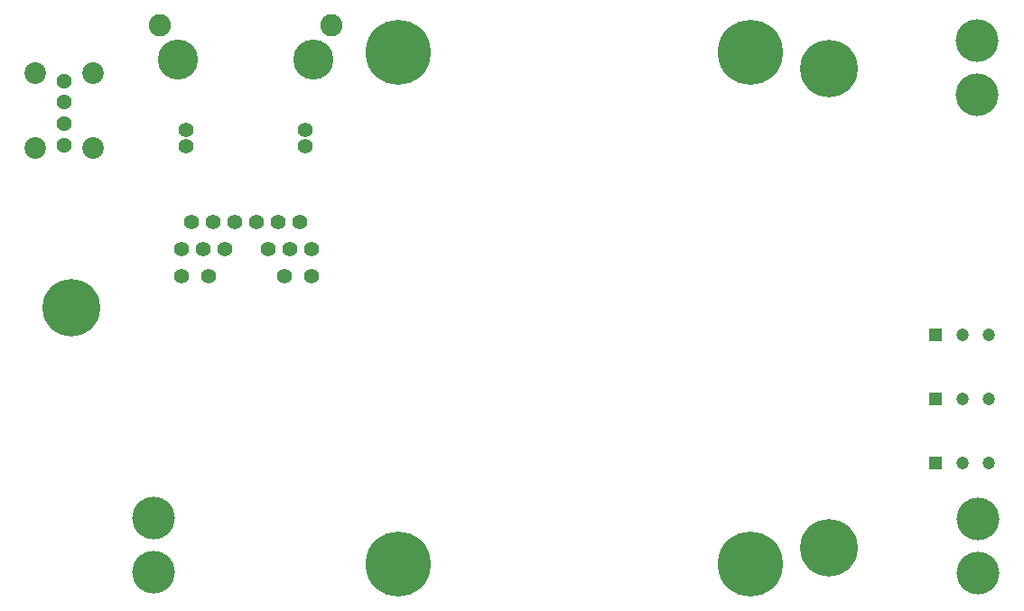
<source format=gbs>
G04 #@! TF.GenerationSoftware,KiCad,Pcbnew,8.0.8*
G04 #@! TF.CreationDate,2025-07-30T13:33:19+02:00*
G04 #@! TF.ProjectId,overlord,6f766572-6c6f-4726-942e-6b696361645f,rev?*
G04 #@! TF.SameCoordinates,Original*
G04 #@! TF.FileFunction,Soldermask,Bot*
G04 #@! TF.FilePolarity,Negative*
%FSLAX46Y46*%
G04 Gerber Fmt 4.6, Leading zero omitted, Abs format (unit mm)*
G04 Created by KiCad (PCBNEW 8.0.8) date 2025-07-30 13:33:19*
%MOMM*%
%LPD*%
G01*
G04 APERTURE LIST*
%ADD10C,6.100000*%
%ADD11C,4.000000*%
%ADD12R,1.200000X1.200000*%
%ADD13C,1.200000*%
%ADD14C,1.397000*%
%ADD15C,3.759200*%
%ADD16C,2.082800*%
%ADD17C,0.800000*%
%ADD18C,5.400000*%
%ADD19C,1.431000*%
%ADD20C,2.025000*%
G04 APERTURE END LIST*
D10*
X106640000Y-57500000D03*
X106640000Y-105500000D03*
X139640000Y-57500000D03*
X139640000Y-105500000D03*
D11*
X160900000Y-56420000D03*
X160900000Y-61500000D03*
D12*
X157000000Y-84000000D03*
D13*
X159500000Y-84000000D03*
X162000000Y-84000000D03*
D14*
X87237000Y-73410000D03*
X89267000Y-73410000D03*
X91297000Y-73410000D03*
X93327000Y-73410000D03*
X95357000Y-73410000D03*
X97387000Y-73410000D03*
X86280500Y-75950000D03*
X88310500Y-75950000D03*
X90340500Y-75950000D03*
X94410500Y-75950000D03*
X96440500Y-75950000D03*
X98470500Y-75950000D03*
X86280500Y-78490000D03*
X88820500Y-78490000D03*
X95930508Y-78490000D03*
X98470508Y-78490000D03*
X86724000Y-66300000D03*
X97900000Y-66300000D03*
X86724000Y-64830000D03*
X97900000Y-64830000D03*
D15*
X98662000Y-58170000D03*
X85962000Y-58170000D03*
D16*
X100377000Y-54990000D03*
X84247000Y-54990000D03*
D12*
X157000000Y-90000000D03*
D13*
X159500000Y-90000000D03*
X162000000Y-90000000D03*
D17*
X144975000Y-104000000D03*
X145568109Y-102568109D03*
X145568109Y-105431891D03*
X147000000Y-101975000D03*
D18*
X147000000Y-104000000D03*
D17*
X147000000Y-106025000D03*
X148431891Y-102568109D03*
X148431891Y-105431891D03*
X149025000Y-104000000D03*
D11*
X83673000Y-101225000D03*
X83673000Y-106305000D03*
D17*
X144975000Y-59000000D03*
X145568109Y-57568109D03*
X145568109Y-60431891D03*
X147000000Y-56975000D03*
D18*
X147000000Y-59000000D03*
D17*
X147000000Y-61025000D03*
X148431891Y-57568109D03*
X148431891Y-60431891D03*
X149025000Y-59000000D03*
D11*
X161000000Y-101260000D03*
X161000000Y-106340000D03*
D19*
X75300000Y-60204000D03*
X75300000Y-62204000D03*
X75300000Y-64204000D03*
X75300000Y-66204000D03*
D20*
X78020000Y-66474000D03*
X78020000Y-59474000D03*
X72580000Y-66474000D03*
X72580000Y-59474000D03*
D17*
X73975000Y-81500000D03*
X74568109Y-80068109D03*
X74568109Y-82931891D03*
X76000000Y-79475000D03*
D18*
X76000000Y-81500000D03*
D17*
X76000000Y-83525000D03*
X77431891Y-80068109D03*
X77431891Y-82931891D03*
X78025000Y-81500000D03*
D12*
X157000000Y-96000000D03*
D13*
X159500000Y-96000000D03*
X162000000Y-96000000D03*
M02*

</source>
